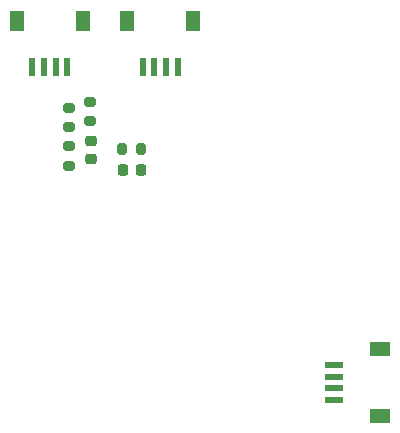
<source format=gbr>
%TF.GenerationSoftware,KiCad,Pcbnew,9.0.0*%
%TF.CreationDate,2025-04-04T14:44:08+08:00*%
%TF.ProjectId,modwheel,6d6f6477-6865-4656-9c2e-6b696361645f,rev?*%
%TF.SameCoordinates,Original*%
%TF.FileFunction,Paste,Bot*%
%TF.FilePolarity,Positive*%
%FSLAX46Y46*%
G04 Gerber Fmt 4.6, Leading zero omitted, Abs format (unit mm)*
G04 Created by KiCad (PCBNEW 9.0.0) date 2025-04-04 14:44:08*
%MOMM*%
%LPD*%
G01*
G04 APERTURE LIST*
G04 Aperture macros list*
%AMRoundRect*
0 Rectangle with rounded corners*
0 $1 Rounding radius*
0 $2 $3 $4 $5 $6 $7 $8 $9 X,Y pos of 4 corners*
0 Add a 4 corners polygon primitive as box body*
4,1,4,$2,$3,$4,$5,$6,$7,$8,$9,$2,$3,0*
0 Add four circle primitives for the rounded corners*
1,1,$1+$1,$2,$3*
1,1,$1+$1,$4,$5*
1,1,$1+$1,$6,$7*
1,1,$1+$1,$8,$9*
0 Add four rect primitives between the rounded corners*
20,1,$1+$1,$2,$3,$4,$5,0*
20,1,$1+$1,$4,$5,$6,$7,0*
20,1,$1+$1,$6,$7,$8,$9,0*
20,1,$1+$1,$8,$9,$2,$3,0*%
G04 Aperture macros list end*
%ADD10RoundRect,0.200000X0.275000X-0.200000X0.275000X0.200000X-0.275000X0.200000X-0.275000X-0.200000X0*%
%ADD11R,0.600000X1.550000*%
%ADD12R,1.200000X1.800000*%
%ADD13RoundRect,0.225000X0.225000X0.250000X-0.225000X0.250000X-0.225000X-0.250000X0.225000X-0.250000X0*%
%ADD14RoundRect,0.225000X0.250000X-0.225000X0.250000X0.225000X-0.250000X0.225000X-0.250000X-0.225000X0*%
%ADD15RoundRect,0.200000X-0.275000X0.200000X-0.275000X-0.200000X0.275000X-0.200000X0.275000X0.200000X0*%
%ADD16R,1.550000X0.600000*%
%ADD17R,1.800000X1.200000*%
%ADD18RoundRect,0.200000X0.200000X0.275000X-0.200000X0.275000X-0.200000X-0.275000X0.200000X-0.275000X0*%
G04 APERTURE END LIST*
D10*
%TO.C,R2*%
X96840000Y-92750000D03*
X96840000Y-91100000D03*
%TD*%
D11*
%TO.C,J3*%
X103070000Y-87609000D03*
X104070000Y-87609000D03*
X105070000Y-87609000D03*
X106070000Y-87609000D03*
D12*
X101770000Y-83734000D03*
X107370000Y-83734000D03*
%TD*%
D10*
%TO.C,R1*%
X96810000Y-96000000D03*
X96810000Y-94350000D03*
%TD*%
D13*
%TO.C,C1*%
X102960061Y-96340002D03*
X101410061Y-96340002D03*
%TD*%
D11*
%TO.C,J4*%
X93700000Y-87650000D03*
X94700000Y-87650000D03*
X95700000Y-87650000D03*
X96700000Y-87650000D03*
D12*
X92400000Y-83775000D03*
X98000000Y-83775000D03*
%TD*%
D14*
%TO.C,C2*%
X98685061Y-95450006D03*
X98685061Y-93900006D03*
%TD*%
D15*
%TO.C,R4*%
X98650000Y-90600000D03*
X98650000Y-92250000D03*
%TD*%
D16*
%TO.C,J5*%
X119263000Y-112863000D03*
X119263000Y-113863000D03*
X119263000Y-114863000D03*
X119263000Y-115863000D03*
D17*
X123138000Y-111563000D03*
X123138000Y-117163000D03*
%TD*%
D18*
%TO.C,R3*%
X102955000Y-94575000D03*
X101305000Y-94575000D03*
%TD*%
M02*

</source>
